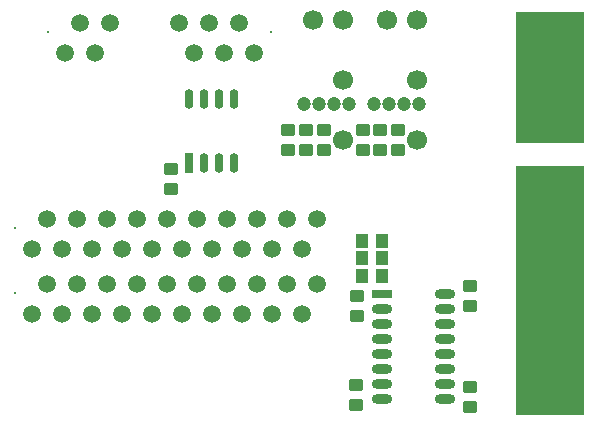
<source format=gts>
G04 Layer_Color=8388736*
%FSLAX24Y24*%
%MOIN*%
G70*
G01*
G75*
%ADD23C,0.0591*%
%ADD26C,0.0472*%
G04:AMPARAMS|DCode=30|XSize=47.2mil|YSize=43.3mil|CornerRadius=8.4mil|HoleSize=0mil|Usage=FLASHONLY|Rotation=180.000|XOffset=0mil|YOffset=0mil|HoleType=Round|Shape=RoundedRectangle|*
%AMROUNDEDRECTD30*
21,1,0.0472,0.0266,0,0,180.0*
21,1,0.0305,0.0433,0,0,180.0*
1,1,0.0167,-0.0153,0.0133*
1,1,0.0167,0.0153,0.0133*
1,1,0.0167,0.0153,-0.0133*
1,1,0.0167,-0.0153,-0.0133*
%
%ADD30ROUNDEDRECTD30*%
%ADD31R,0.0295X0.0669*%
%ADD32O,0.0295X0.0669*%
G04:AMPARAMS|DCode=33|XSize=47.2mil|YSize=43.3mil|CornerRadius=8.4mil|HoleSize=0mil|Usage=FLASHONLY|Rotation=270.000|XOffset=0mil|YOffset=0mil|HoleType=Round|Shape=RoundedRectangle|*
%AMROUNDEDRECTD33*
21,1,0.0472,0.0266,0,0,270.0*
21,1,0.0305,0.0433,0,0,270.0*
1,1,0.0167,-0.0133,-0.0153*
1,1,0.0167,-0.0133,0.0153*
1,1,0.0167,0.0133,0.0153*
1,1,0.0167,0.0133,-0.0153*
%
%ADD33ROUNDEDRECTD33*%
%ADD34O,0.0689X0.0315*%
%ADD35R,0.0689X0.0315*%
%ADD36R,0.1732X0.0354*%
%ADD37C,0.0079*%
%ADD38C,0.0669*%
G36*
X19685Y177D02*
X17441D01*
Y8484D01*
X19685D01*
Y177D01*
D02*
G37*
G36*
Y9232D02*
X17441D01*
Y13602D01*
X19685D01*
Y9232D01*
D02*
G37*
D23*
X1299Y3528D02*
D03*
X3299D02*
D03*
X2299D02*
D03*
X1799Y4528D02*
D03*
X2799D02*
D03*
X3799D02*
D03*
X4299Y3528D02*
D03*
X4799Y4528D02*
D03*
X7299Y3528D02*
D03*
X5299D02*
D03*
X6299D02*
D03*
X8299D02*
D03*
X9299D02*
D03*
X7799Y4528D02*
D03*
X8799D02*
D03*
X5799D02*
D03*
X6799D02*
D03*
X9799D02*
D03*
X10299Y3528D02*
D03*
X10799Y4528D02*
D03*
X1299Y5693D02*
D03*
X3299D02*
D03*
X2299D02*
D03*
X1799Y6693D02*
D03*
X2799D02*
D03*
X3799D02*
D03*
X4299Y5693D02*
D03*
X4799Y6693D02*
D03*
X7299Y5693D02*
D03*
X5299D02*
D03*
X6299D02*
D03*
X8299D02*
D03*
X9299D02*
D03*
X7799Y6693D02*
D03*
X8799D02*
D03*
X5799D02*
D03*
X6799D02*
D03*
X9799D02*
D03*
X10299Y5693D02*
D03*
X10799Y6693D02*
D03*
X3392Y12244D02*
D03*
X2392D02*
D03*
X2892Y13244D02*
D03*
X3892D02*
D03*
X6201D02*
D03*
X6701Y12244D02*
D03*
X8701D02*
D03*
X7701D02*
D03*
X8201Y13244D02*
D03*
X7201D02*
D03*
D26*
X10854Y10551D02*
D03*
X10354D02*
D03*
X11854D02*
D03*
X11354D02*
D03*
X13217D02*
D03*
X12717D02*
D03*
X14217D02*
D03*
X13717D02*
D03*
D30*
X11024Y8996D02*
D03*
Y9665D02*
D03*
X10433Y8996D02*
D03*
Y9665D02*
D03*
X9843Y8996D02*
D03*
Y9665D02*
D03*
X13504Y8996D02*
D03*
Y9665D02*
D03*
X12913Y8996D02*
D03*
Y9665D02*
D03*
X12323Y8996D02*
D03*
Y9665D02*
D03*
X5945Y7717D02*
D03*
Y8386D02*
D03*
X12126Y3465D02*
D03*
Y4134D02*
D03*
X12087Y492D02*
D03*
Y1161D02*
D03*
X15906Y3799D02*
D03*
Y4469D02*
D03*
Y453D02*
D03*
Y1122D02*
D03*
D31*
X6535Y8583D02*
D03*
D32*
Y10709D02*
D03*
X7035Y8583D02*
D03*
X8035D02*
D03*
X7535D02*
D03*
Y10709D02*
D03*
X7035D02*
D03*
X8035D02*
D03*
D33*
X12303Y4803D02*
D03*
X12972D02*
D03*
X12303Y5394D02*
D03*
X12972D02*
D03*
X12303Y5984D02*
D03*
X12972D02*
D03*
D34*
X12953Y1213D02*
D03*
Y1713D02*
D03*
Y713D02*
D03*
Y2213D02*
D03*
Y3213D02*
D03*
Y2713D02*
D03*
Y3713D02*
D03*
X15079Y713D02*
D03*
Y1213D02*
D03*
Y2213D02*
D03*
Y1713D02*
D03*
Y3213D02*
D03*
Y2713D02*
D03*
Y4213D02*
D03*
Y3713D02*
D03*
D35*
X12953Y4213D02*
D03*
D36*
X18307Y394D02*
D03*
Y787D02*
D03*
Y1181D02*
D03*
Y1575D02*
D03*
Y1969D02*
D03*
Y2362D02*
D03*
Y2756D02*
D03*
Y3150D02*
D03*
Y3543D02*
D03*
Y3937D02*
D03*
Y4331D02*
D03*
Y4724D02*
D03*
Y5118D02*
D03*
Y5512D02*
D03*
Y5906D02*
D03*
Y6299D02*
D03*
Y6693D02*
D03*
Y7087D02*
D03*
Y7480D02*
D03*
Y7874D02*
D03*
Y8268D02*
D03*
Y9449D02*
D03*
Y9843D02*
D03*
Y10236D02*
D03*
Y10630D02*
D03*
Y11024D02*
D03*
Y11417D02*
D03*
Y11811D02*
D03*
Y12205D02*
D03*
Y12598D02*
D03*
Y12992D02*
D03*
Y13386D02*
D03*
D37*
X748Y4236D02*
D03*
Y6402D02*
D03*
X1841Y12953D02*
D03*
X9252D02*
D03*
D38*
X10669Y13346D02*
D03*
X11669Y9346D02*
D03*
Y13346D02*
D03*
Y11346D02*
D03*
X13150Y13346D02*
D03*
X14150Y9346D02*
D03*
Y13346D02*
D03*
Y11346D02*
D03*
M02*

</source>
